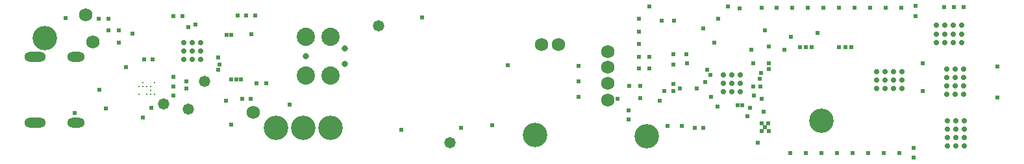
<source format=gbs>
G04*
G04 #@! TF.GenerationSoftware,Altium Limited,Altium Designer,19.0.15 (446)*
G04*
G04 Layer_Color=16711935*
%FSLAX23Y23*%
%MOIN*%
G70*
G01*
G75*
%ADD105C,0.068*%
%ADD106C,0.126*%
%ADD107C,0.028*%
%ADD108C,0.033*%
%ADD109C,0.094*%
%ADD110O,0.110X0.051*%
%ADD111O,0.091X0.051*%
%ADD112C,0.024*%
%ADD113C,0.058*%
%ADD114C,0.012*%
D105*
X3135Y1018D02*
D03*
X710Y1172D02*
D03*
X3390Y730D02*
D03*
Y980D02*
D03*
X745Y1032D02*
D03*
X3390Y817D02*
D03*
Y900D02*
D03*
X3050Y1018D02*
D03*
X1570Y668D02*
D03*
D106*
X500Y1050D02*
D03*
X1965Y589D02*
D03*
X1825D02*
D03*
X1685Y586D02*
D03*
X4486Y623D02*
D03*
X3589Y545D02*
D03*
X3015Y550D02*
D03*
D107*
X4069Y860D02*
D03*
Y774D02*
D03*
X3982Y860D02*
D03*
Y774D02*
D03*
X4025Y860D02*
D03*
X4069Y817D02*
D03*
X3982D02*
D03*
X4025Y775D02*
D03*
Y817D02*
D03*
X5129Y890D02*
D03*
X5172D02*
D03*
X5216D02*
D03*
X5129Y847D02*
D03*
X5172D02*
D03*
X5216D02*
D03*
X5129Y803D02*
D03*
X5172D02*
D03*
X5216D02*
D03*
X5129Y760D02*
D03*
X5172D02*
D03*
X5216D02*
D03*
X4770Y790D02*
D03*
Y834D02*
D03*
Y877D02*
D03*
X4813Y790D02*
D03*
Y834D02*
D03*
Y877D02*
D03*
X4857Y790D02*
D03*
Y834D02*
D03*
Y877D02*
D03*
X4900Y790D02*
D03*
Y834D02*
D03*
Y877D02*
D03*
X5219Y495D02*
D03*
X5175D02*
D03*
X5132D02*
D03*
X5219Y538D02*
D03*
X5175D02*
D03*
X5132D02*
D03*
X5219Y582D02*
D03*
X5175D02*
D03*
X5132D02*
D03*
X5219Y625D02*
D03*
X5175D02*
D03*
X5132D02*
D03*
X5075Y1029D02*
D03*
Y1072D02*
D03*
Y1116D02*
D03*
X5118Y1029D02*
D03*
Y1072D02*
D03*
Y1116D02*
D03*
X5162Y1029D02*
D03*
Y1072D02*
D03*
Y1116D02*
D03*
X5205Y1029D02*
D03*
Y1072D02*
D03*
Y1116D02*
D03*
X1298Y1028D02*
D03*
Y985D02*
D03*
Y941D02*
D03*
X1255Y1028D02*
D03*
Y985D02*
D03*
Y941D02*
D03*
X1212Y1028D02*
D03*
Y985D02*
D03*
Y941D02*
D03*
D108*
X2040Y918D02*
D03*
Y998D02*
D03*
X1840Y958D02*
D03*
D109*
Y1058D02*
D03*
X1965D02*
D03*
Y858D02*
D03*
X1840D02*
D03*
D110*
X449Y953D02*
D03*
Y613D02*
D03*
D111*
X660Y953D02*
D03*
Y613D02*
D03*
D112*
X4214Y571D02*
D03*
X4213Y611D02*
D03*
X4195Y590D02*
D03*
X4180Y610D02*
D03*
Y570D02*
D03*
X3900Y887D02*
D03*
X3240Y748D02*
D03*
X4171Y801D02*
D03*
X4106Y649D02*
D03*
X4055Y705D02*
D03*
X4640Y1004D02*
D03*
X4610D02*
D03*
X4575Y1004D02*
D03*
X4406Y1004D02*
D03*
X4375D02*
D03*
X4435D02*
D03*
X5215Y1210D02*
D03*
X5165D02*
D03*
X5115Y1210D02*
D03*
X5005Y778D02*
D03*
X5005Y922D02*
D03*
X3727Y915D02*
D03*
X3497Y630D02*
D03*
X3727Y779D02*
D03*
X3680D02*
D03*
X3655Y726D02*
D03*
X3695Y596D02*
D03*
X3769D02*
D03*
X3878Y589D02*
D03*
X3837D02*
D03*
X4960Y433D02*
D03*
X4886Y457D02*
D03*
X4806D02*
D03*
X4726D02*
D03*
X4646D02*
D03*
X4566D02*
D03*
X4486D02*
D03*
X4406D02*
D03*
X4326D02*
D03*
X4467Y1078D02*
D03*
X4970Y1217D02*
D03*
X4896Y1209D02*
D03*
X4816Y1209D02*
D03*
X4736D02*
D03*
X4656D02*
D03*
X4576Y1209D02*
D03*
X4496D02*
D03*
X4416D02*
D03*
X4336D02*
D03*
X4256D02*
D03*
X4180Y1209D02*
D03*
X4065Y1205D02*
D03*
X4006Y1215D02*
D03*
X3730Y1140D02*
D03*
X3665Y1141D02*
D03*
X3602Y1215D02*
D03*
X3549Y893D02*
D03*
X3548Y954D02*
D03*
Y1022D02*
D03*
Y1085D02*
D03*
X1395Y915D02*
D03*
X3440Y738D02*
D03*
X4330Y1058D02*
D03*
X3497Y676D02*
D03*
X3556Y803D02*
D03*
X3555Y740D02*
D03*
X3890Y825D02*
D03*
X3845Y790D02*
D03*
X3499Y803D02*
D03*
X3953Y697D02*
D03*
X3760Y790D02*
D03*
X4295Y990D02*
D03*
X4125D02*
D03*
X4215Y1009D02*
D03*
X4176Y872D02*
D03*
X4195Y1092D02*
D03*
X4215Y920D02*
D03*
Y890D02*
D03*
X3954Y1152D02*
D03*
X3935Y1028D02*
D03*
X3795Y920D02*
D03*
X3792Y968D02*
D03*
X4135Y802D02*
D03*
X4180Y737D02*
D03*
X4140Y754D02*
D03*
X4119Y691D02*
D03*
X3549Y1150D02*
D03*
X3727Y967D02*
D03*
X4080Y705D02*
D03*
X4170Y840D02*
D03*
X4190Y672D02*
D03*
X3920Y748D02*
D03*
X3915Y860D02*
D03*
X3601Y954D02*
D03*
Y893D02*
D03*
X3880Y1100D02*
D03*
X4135Y922D02*
D03*
X3727Y814D02*
D03*
X4970Y1163D02*
D03*
X5390Y904D02*
D03*
Y745D02*
D03*
X4160Y510D02*
D03*
X4960Y485D02*
D03*
X1584Y819D02*
D03*
X605Y1155D02*
D03*
X948Y1074D02*
D03*
X774Y1152D02*
D03*
X824Y1151D02*
D03*
X652Y665D02*
D03*
X2329Y577D02*
D03*
X812Y687D02*
D03*
X2435Y1157D02*
D03*
X1046Y691D02*
D03*
X915Y901D02*
D03*
X878Y1028D02*
D03*
Y1092D02*
D03*
X824Y1092D02*
D03*
X1052Y940D02*
D03*
X1008Y941D02*
D03*
X1225Y828D02*
D03*
X1224Y792D02*
D03*
X1456Y605D02*
D03*
X1428Y726D02*
D03*
X2876Y910D02*
D03*
X2795Y601D02*
D03*
X2637Y586D02*
D03*
X1205Y1165D02*
D03*
X1160D02*
D03*
X1578Y1169D02*
D03*
X1533D02*
D03*
X1488D02*
D03*
X1559Y1070D02*
D03*
X1556Y737D02*
D03*
X1511D02*
D03*
X1390Y952D02*
D03*
Y886D02*
D03*
X1754Y709D02*
D03*
X1635Y819D02*
D03*
X1272Y1122D02*
D03*
X1235Y1106D02*
D03*
X1507Y838D02*
D03*
X1482D02*
D03*
X1456D02*
D03*
X1160Y852D02*
D03*
Y801D02*
D03*
Y754D02*
D03*
X1002Y640D02*
D03*
X3240Y829D02*
D03*
Y909D02*
D03*
X1456Y1069D02*
D03*
X1431D02*
D03*
X780Y785D02*
D03*
D113*
X2580Y510D02*
D03*
X2213Y1115D02*
D03*
X1109Y710D02*
D03*
X1318Y828D02*
D03*
X1237Y683D02*
D03*
D114*
X1021Y762D02*
D03*
X1041Y762D02*
D03*
X1061Y762D02*
D03*
X1041Y801D02*
D03*
Y782D02*
D03*
X1061Y821D02*
D03*
X1021Y801D02*
D03*
X1002D02*
D03*
X982D02*
D03*
X1002Y821D02*
D03*
X982Y762D02*
D03*
M02*

</source>
